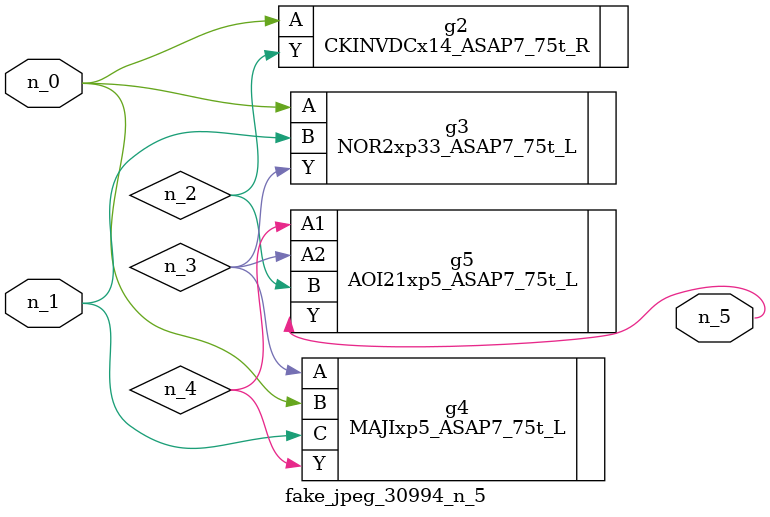
<source format=v>
module fake_jpeg_30994_n_5 (n_0, n_1, n_5);

input n_0;
input n_1;

output n_5;

wire n_2;
wire n_3;
wire n_4;

CKINVDCx14_ASAP7_75t_R g2 ( 
.A(n_0),
.Y(n_2)
);

NOR2xp33_ASAP7_75t_L g3 ( 
.A(n_0),
.B(n_1),
.Y(n_3)
);

MAJIxp5_ASAP7_75t_L g4 ( 
.A(n_3),
.B(n_0),
.C(n_1),
.Y(n_4)
);

AOI21xp5_ASAP7_75t_L g5 ( 
.A1(n_4),
.A2(n_3),
.B(n_2),
.Y(n_5)
);


endmodule
</source>
